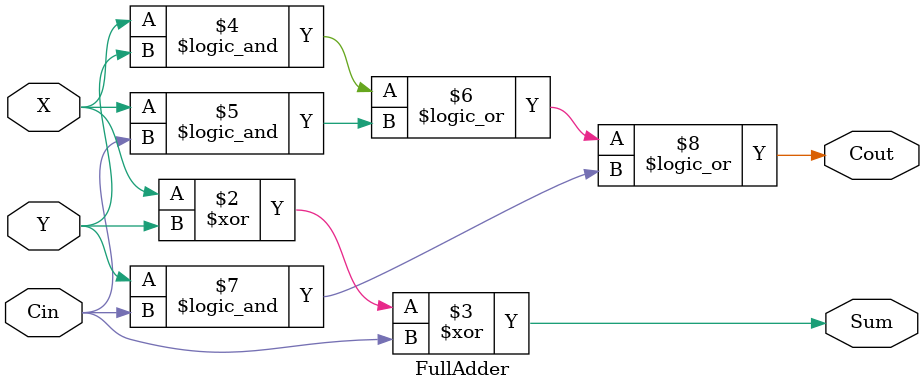
<source format=v>
/*
    test bench
        top mod: 4-bit adder
        w/ 1-bit adder (in_1, in_2, in_c, out_c, sum)
*/

module TestAdder; //no ports
    parameter  N = 11; //11 tests are applied 
    reg [3:0] addend;
    reg [3:0] augend;
    reg        cin;
    wire [3:0] sum;
    wire       cout; 
    reg [3:0] addend_array [1:N];
    reg [1:N] cin_array;
    reg [3:0] augend_array [1:N];
    reg [3:0] sum_array [1:N];
    reg [1:N] cout_array;

    initial

    begin
    //initialization of addend_array
    addend_array [1] = 4'b0111;
    addend_array [2] = 4'b1101;
    addend_array [3] = 4'b0101;
    addend_array [4] = 4'b1101;
    addend_array [5] = 4'b0111;
    addend_array [6] = 4'b1000;
    addend_array [7] = 4'b0111;
    addend_array [8] =4'b1000;
    addend_array [9] =4'b0000;
    addend_array [10] =4'b1111;
    addend_array [11] = 4'b0000;
    //initialization of cin_array
    cin_array[1]=1'b0;
    cin_array[2]=1'b0;
    cin_array[3] =1'b0;
    cin_array[4]=1'b0;
    cin_array[5] =1'b1;
    cin_array[6]=1'b0;
    cin_array[7]=1'b0;
    cin_array[8]=1'b0;
    cin_array[9]=1'b1;
    cin_array[10]=1'b1;
    cin_array[11]=1'b0;
    //initialization of augend_array
    augend_array[1] = 4'b0101;
    augend_array[2] = 4'b0101;
    augend_array[3] = 4'b1101;
    augend_array[4] = 4'b1101;
    augend_array[5] = 4'b0111;
    augend_array[6] = 4'b0111;
    augend_array[7] = 4'b1000;
    augend_array[8] = 4'b1000;
    augend_array[9] = 4'b1101;
    augend_array[10] = 4'b1111;
    augend_array[11] = 4'b0000;
    //initialization of sum_array (expected sum outputs)
    sum_array[1] = 4'b1100;
    sum_array[2] = 4'b0010;
    sum_array[3] = 4'b0010;
    sum_array[4] = 4'b1010;
    sum_array[5] = 4'b1111;
    sum_array[6] = 4'b1111;
    sum_array[7] = 4'b0111;
    sum_array[8] = 4'b0000;
    sum_array[9] = 4'b1110;
    sum_array[10] = 4'b1111;
    sum_array[11] = 4'b0000;
    //initialization of cout_array (expected carry output)
    cout_array[1] = 1'b0;
    cout_array[2] = 1'b1;
    cout_array[3] = 1'b1;
    cout_array[4] = 1'b1;
    cout_array[5] = 1'b0;
    cout_array[6] = 1'b0;
    cout_array[7] = 1'b1;
    cout_array[8] = 1'b1;
    cout_array[9] = 1'b0;
    cout_array[10] = 1'b1;
    cout_array[11] = 1'b0;
    end
    integer i;  
    always
    begin
    for(i = 1 ; i <= N ; i = i + 1)
    begin
        $display(i);
    //apply an addend test vector
    addend <= addend_array[i];
    //apply an augend test vector

    augend <= augend_array[i];
    //apply a carry in
    cin <= cin_array[i];
    #100;
    if(!(sum == sum_array[i] & cout == cout_array[i]))
        begin
        $write ("ERROR: ");
        $display ("Wrong Answer ");
        end
        else begin
        $display("Correct!!");
        end
    end
    $display("Test Finished");
    $stop;
    end
    //module under test instantiated
    Adder4 add1(addend,augend,cin,cout,sum); 
endmodule


////~~~~ Full Adder {4-bit}


module Adder4(A,B,Ci,Co,S);
    output [3:0] S;
    output Co;
    input  [3:0] A, B;
    input  Ci;
    wire   [3:1] C;  // C is an internal signal

    FullAdder FA0 (A[0],B[0],Ci,C[1],S[0]);
    FullAdder FA1 (A[1],B[1],C[1],C[2],S[1]);
    FullAdder FA2 (A[2],B[2],C[2],C[3],S[2]);
    FullAdder FA3 (A[3],B[3],C[3],Co,S[3]);
endmodule


////////~~~~~~~~ Full Adder {1-bit}


module FullAdder (X,Y,Cin,Cout,Sum);
    output Cout, Sum;
    input  X, Y, Cin;
    assign #10 Sum  = X ^ Y ^ Cin;
    assign #10 Cout = (X && Y) || (X && Cin) || (Y && Cin);
endmodule


////////~~~~~~~~END>  TestAdder.v

</source>
